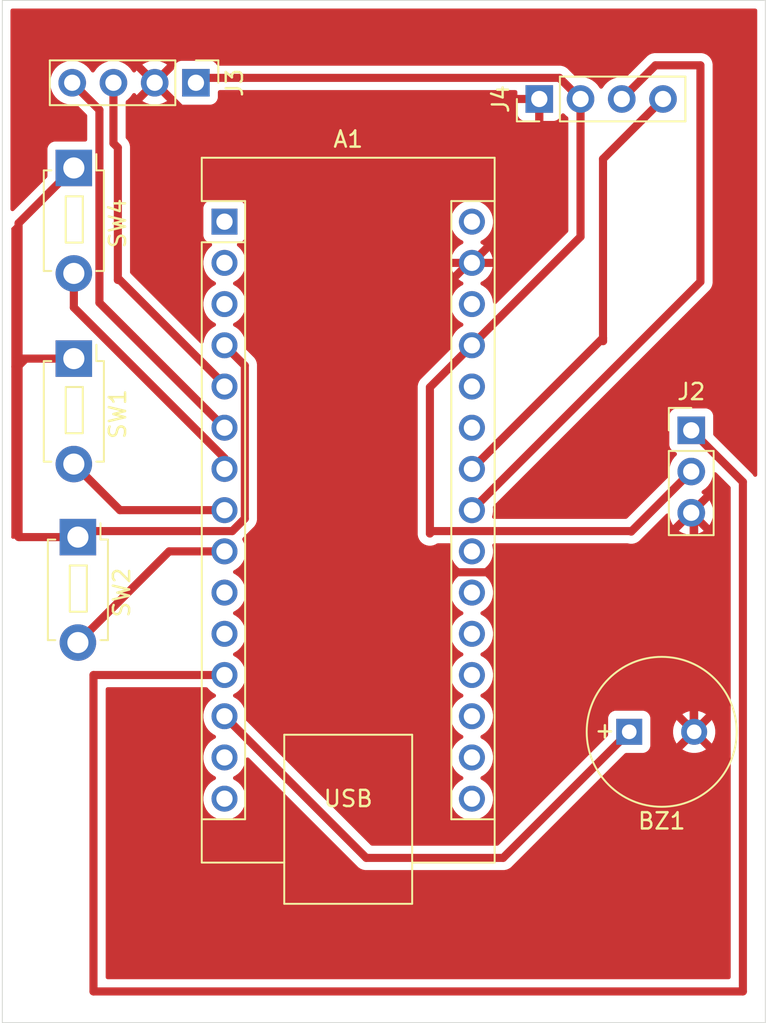
<source format=kicad_pcb>
(kicad_pcb (version 20241229) (generator "pcbnew") (generator_version "9.0")
  (layers (0 "F.Cu" signal) (2 "B.Cu" signal) (13 "F.Paste" user) (15 "B.Paste" user) (5 "F.SilkS" user "F.Silkscreen") (7 "B.SilkS" user "B.Silkscreen") (1 "F.Mask" user) (3 "B.Mask" user) (25 "Edge.Cuts" user))
  (net 0 "")
  (net 1 "Net-(A1-D9)")
  (net 3 "Net-(A1-D5)")
  (net 4 "Net-(A1-A5)")
  (net 5 "Net-(A1-GND-Pad4)")
  (net 6 "Net-(A1-D6)")
  (net 7 "Net-(A1-D10)")
  (net 12 "Net-(A1-+5V)")
  (net 14 "Net-(A1-A4)")
  (net 24 "Net-(A1-D3)")
  (net 26 "Net-(A1-D4)")
  (net 29 "Net-(A1-D2)")
  (net 30 "GND")
  (footprint "Button_Switch_THT:SW_PUSH_1P1T_6x3.5mm_H4.3_APEM_MJTP1243" (layer "F.Cu") (at 21.4045 23.3255 -90)
    (property "Reference" "SW4" (at 3.42 -2.7 90) (layer "F.SilkS"))
    (property "Value" "SW_Push")
    (fp_line (start 0.15 1.85) (end 6.35 1.85) (stroke (width 0.12)) (layer "F.SilkS"))
    (fp_line (start 0.15 1.39) (end 0.15 1.85) (stroke (width 0.12)) (layer "F.SilkS"))
    (fp_line (start 6.35 1.39) (end 6.35 1.85) (stroke (width 0.12)) (layer "F.SilkS"))
    (fp_line (start 0.15 -1.39) (end -0.85 -1.39) (stroke (width 0.12)) (layer "F.SilkS"))
    (fp_line (start 0.15 -1.85) (end 0.15 -1.39) (stroke (width 0.12)) (layer "F.SilkS"))
    (fp_line (start 6.35 -1.85) (end 6.35 -1.39) (stroke (width 0.12)) (layer "F.SilkS"))
    (fp_line (start 6.35 -1.85) (end 0.15 -1.85) (stroke (width 0.12)) (layer "F.SilkS"))
    (fp_rect (start 1.75 -0.55) (end 4.6 0.5) (stroke (width 0.12)) (fill no) (layer "F.SilkS"))
    (pad "1" thru_hole rect (at 0 0) (size 2.25 2.25) (drill 1.3) (layers "*.Cu" "*.Mask") (net 5 "Net-(A1-GND-Pad4)"))
    (pad "2" thru_hole circle (at 6.5 0) (size 2.25 2.25) (drill 1.3) (layers "*.Cu" "*.Mask") (net 26 "Net-(A1-D4)"))
  )
  (footprint "Connector_PinHeader_2.54mm:PinHeader_1x04_P2.54mm_Vertical" (layer "F.Cu") (at 28.9245 18.0755 -90)
    (property "Reference" "J3" (at 0 -2.38 90) (layer "F.SilkS"))
    (property "Value" "Conn_01x04")
    (fp_line (start -1.38 9) (end 1.38 9) (stroke (width 0.12)) (layer "F.SilkS"))
    (fp_line (start -1.38 1.27) (end -1.38 9) (stroke (width 0.12)) (layer "F.SilkS"))
    (fp_line (start -1.38 1.27) (end 1.38 1.27) (stroke (width 0.12)) (layer "F.SilkS"))
    (fp_line (start 1.38 1.27) (end 1.38 9) (stroke (width 0.12)) (layer "F.SilkS"))
    (fp_line (start -1.38 0) (end -1.38 -1.38) (stroke (width 0.12)) (layer "F.SilkS"))
    (fp_line (start -1.38 -1.38) (end 0 -1.38) (stroke (width 0.12)) (layer "F.SilkS"))
    (pad "1" thru_hole rect (at 0 0 270) (size 1.7 1.7) (drill 1) (layers "*.Cu" "*.Mask") (net 12 "Net-(A1-+5V)"))
    (pad "2" thru_hole circle (at 0 2.54 270) (size 1.7 1.7) (drill 1) (layers "*.Cu" "*.Mask") (net 30 "GND"))
    (pad "3" thru_hole circle (at 0 5.08 270) (size 1.7 1.7) (drill 1) (layers "*.Cu" "*.Mask") (net 29 "Net-(A1-D2)"))
    (pad "4" thru_hole circle (at 0 7.62 270) (size 1.7 1.7) (drill 1) (layers "*.Cu" "*.Mask") (net 24 "Net-(A1-D3)"))
  )
  (footprint "Connector_PinHeader_2.54mm:PinHeader_1x03_P2.54mm_Vertical" (layer "F.Cu") (at 59.4345 39.4955)
    (property "Reference" "J2" (at 0 -2.38 0) (layer "F.SilkS"))
    (property "Value" "Conn_01x03")
    (fp_line (start -1.38 -1.38) (end 0 -1.38) (stroke (width 0.12)) (layer "F.SilkS"))
    (fp_line (start -1.38 0) (end -1.38 -1.38) (stroke (width 0.12)) (layer "F.SilkS"))
    (fp_line (start -1.38 1.27) (end -1.38 6.46) (stroke (width 0.12)) (layer "F.SilkS"))
    (fp_line (start -1.38 1.27) (end 1.38 1.27) (stroke (width 0.12)) (layer "F.SilkS"))
    (fp_line (start -1.38 6.46) (end 1.38 6.46) (stroke (width 0.12)) (layer "F.SilkS"))
    (fp_line (start 1.38 1.27) (end 1.38 6.46) (stroke (width 0.12)) (layer "F.SilkS"))
    (pad "1" thru_hole rect (at 0 0) (size 1.7 1.7) (drill 1) (layers "*.Cu" "*.Mask") (net 1 "Net-(A1-D9)"))
    (pad "2" thru_hole circle (at 0 2.54) (size 1.7 1.7) (drill 1) (layers "*.Cu" "*.Mask") (net 12 "Net-(A1-+5V)"))
    (pad "3" thru_hole circle (at 0 5.08) (size 1.7 1.7) (drill 1) (layers "*.Cu" "*.Mask") (net 30 "GND"))
  )
  (footprint "Connector_PinHeader_2.54mm:PinHeader_1x04_P2.54mm_Vertical" (layer "F.Cu") (at 50.0745 19.0755 90)
    (property "Reference" "J4" (at 0 -2.38 90) (layer "F.SilkS"))
    (property "Value" "Conn_01x04")
    (fp_line (start -1.38 -1.38) (end 0 -1.38) (stroke (width 0.12)) (layer "F.SilkS"))
    (fp_line (start -1.38 0) (end -1.38 -1.38) (stroke (width 0.12)) (layer "F.SilkS"))
    (fp_line (start 1.38 1.27) (end 1.38 9) (stroke (width 0.12)) (layer "F.SilkS"))
    (fp_line (start -1.38 1.27) (end 1.38 1.27) (stroke (width 0.12)) (layer "F.SilkS"))
    (fp_line (start -1.38 1.27) (end -1.38 9) (stroke (width 0.12)) (layer "F.SilkS"))
    (fp_line (start -1.38 9) (end 1.38 9) (stroke (width 0.12)) (layer "F.SilkS"))
    (pad "1" thru_hole rect (at 0 0 90) (size 1.7 1.7) (drill 1) (layers "*.Cu" "*.Mask") (net 30 "GND"))
    (pad "2" thru_hole circle (at 0 2.54 90) (size 1.7 1.7) (drill 1) (layers "*.Cu" "*.Mask") (net 12 "Net-(A1-+5V)"))
    (pad "3" thru_hole circle (at 0 5.08 90) (size 1.7 1.7) (drill 1) (layers "*.Cu" "*.Mask") (net 14 "Net-(A1-A4)"))
    (pad "4" thru_hole circle (at 0 7.62 90) (size 1.7 1.7) (drill 1) (layers "*.Cu" "*.Mask") (net 4 "Net-(A1-A5)"))
  )
  (footprint "Button_Switch_THT:SW_PUSH_1P1T_6x3.5mm_H4.3_APEM_MJTP1243" (layer "F.Cu") (at 21.6545 46.0755 -90)
    (property "Reference" "SW2" (at 3.42 -2.7 90) (layer "F.SilkS"))
    (property "Value" "SW_Push")
    (fp_line (start 0.15 1.85) (end 6.35 1.85) (stroke (width 0.12)) (layer "F.SilkS"))
    (fp_line (start 0.15 1.39) (end 0.15 1.85) (stroke (width 0.12)) (layer "F.SilkS"))
    (fp_line (start 6.35 1.39) (end 6.35 1.85) (stroke (width 0.12)) (layer "F.SilkS"))
    (fp_line (start 0.15 -1.39) (end -0.85 -1.39) (stroke (width 0.12)) (layer "F.SilkS"))
    (fp_line (start 0.15 -1.85) (end 0.15 -1.39) (stroke (width 0.12)) (layer "F.SilkS"))
    (fp_line (start 6.35 -1.85) (end 6.35 -1.39) (stroke (width 0.12)) (layer "F.SilkS"))
    (fp_line (start 6.35 -1.85) (end 0.15 -1.85) (stroke (width 0.12)) (layer "F.SilkS"))
    (fp_rect (start 1.75 -0.55) (end 4.6 0.5) (stroke (width 0.12)) (fill no) (layer "F.SilkS"))
    (pad "1" thru_hole rect (at 0 0) (size 2.25 2.25) (drill 1.3) (layers "*.Cu" "*.Mask") (net 5 "Net-(A1-GND-Pad4)"))
    (pad "2" thru_hole circle (at 6.5 0) (size 2.25 2.25) (drill 1.3) (layers "*.Cu" "*.Mask") (net 6 "Net-(A1-D6)"))
  )
  (footprint "Module:Arduino_Nano" (layer "F.Cu") (at 30.6845 26.6355)
    (property "Reference" "A1" (at 7.62 -5.08 0) (layer "F.SilkS"))
    (property "Value" "Arduino_Nano_v2.x")
    (fp_line (start -1.4 -3.94) (end -1.4 -1.27) (stroke (width 0.12)) (layer "F.SilkS"))
    (fp_line (start -1.4 1.27) (end -1.4 39.5) (stroke (width 0.12)) (layer "F.SilkS"))
    (fp_line (start -1.4 39.5) (end 3.68 39.5) (stroke (width 0.12)) (layer "F.SilkS"))
    (fp_line (start 1.27 -1.27) (end -1.4 -1.27) (stroke (width 0.12)) (layer "F.SilkS"))
    (fp_line (start 1.27 1.27) (end -1.4 1.27) (stroke (width 0.12)) (layer "F.SilkS"))
    (fp_line (start 1.27 1.27) (end 1.27 -1.27) (stroke (width 0.12)) (layer "F.SilkS"))
    (fp_line (start 1.27 1.27) (end 1.27 36.83) (stroke (width 0.12)) (layer "F.SilkS"))
    (fp_line (start 1.27 36.83) (end -1.4 36.83) (stroke (width 0.12)) (layer "F.SilkS"))
    (fp_line (start 3.68 31.62) (end 11.56 31.62) (stroke (width 0.12)) (layer "F.SilkS"))
    (fp_line (start 3.68 42.04) (end 3.68 31.62) (stroke (width 0.12)) (layer "F.SilkS"))
    (fp_line (start 11.56 31.62) (end 11.56 42.04) (stroke (width 0.12)) (layer "F.SilkS"))
    (fp_line (start 11.56 42.04) (end 3.68 42.04) (stroke (width 0.12)) (layer "F.SilkS"))
    (fp_line (start 13.97 -1.27) (end 13.97 36.83) (stroke (width 0.12)) (layer "F.SilkS"))
    (fp_line (start 13.97 -1.27) (end 16.64 -1.27) (stroke (width 0.12)) (layer "F.SilkS"))
    (fp_line (start 13.97 36.83) (end 16.64 36.83) (stroke (width 0.12)) (layer "F.SilkS"))
    (fp_line (start 16.64 -3.94) (end -1.4 -3.94) (stroke (width 0.12)) (layer "F.SilkS"))
    (fp_line (start 16.64 39.5) (end 11.56 39.5) (stroke (width 0.12)) (layer "F.SilkS"))
    (fp_line (start 16.64 39.5) (end 16.64 -3.94) (stroke (width 0.12)) (layer "F.SilkS"))
    (fp_text user "USB" (at 7.62 35.56 0) (layer "F.SilkS"))
    (pad "1" thru_hole rect (at 0 0) (size 1.6 1.6) (drill 1) (layers "*.Cu" "*.Mask"))
    (pad "2" thru_hole oval (at 0 2.54) (size 1.6 1.6) (drill 1) (layers "*.Cu" "*.Mask"))
    (pad "3" thru_hole oval (at 0 5.08) (size 1.6 1.6) (drill 1) (layers "*.Cu" "*.Mask"))
    (pad "4" thru_hole oval (at 0 7.62) (size 1.6 1.6) (drill 1) (layers "*.Cu" "*.Mask") (net 5 "Net-(A1-GND-Pad4)"))
    (pad "5" thru_hole oval (at 0 10.16) (size 1.6 1.6) (drill 1) (layers "*.Cu" "*.Mask") (net 29 "Net-(A1-D2)"))
    (pad "6" thru_hole oval (at 0 12.7) (size 1.6 1.6) (drill 1) (layers "*.Cu" "*.Mask") (net 24 "Net-(A1-D3)"))
    (pad "7" thru_hole oval (at 0 15.24) (size 1.6 1.6) (drill 1) (layers "*.Cu" "*.Mask") (net 26 "Net-(A1-D4)"))
    (pad "8" thru_hole oval (at 0 17.78) (size 1.6 1.6) (drill 1) (layers "*.Cu" "*.Mask") (net 3 "Net-(A1-D5)"))
    (pad "9" thru_hole oval (at 0 20.32) (size 1.6 1.6) (drill 1) (layers "*.Cu" "*.Mask") (net 6 "Net-(A1-D6)"))
    (pad "10" thru_hole oval (at 0 22.86) (size 1.6 1.6) (drill 1) (layers "*.Cu" "*.Mask"))
    (pad "11" thru_hole oval (at 0 25.4) (size 1.6 1.6) (drill 1) (layers "*.Cu" "*.Mask"))
    (pad "12" thru_hole oval (at 0 27.94) (size 1.6 1.6) (drill 1) (layers "*.Cu" "*.Mask") (net 1 "Net-(A1-D9)"))
    (pad "13" thru_hole oval (at 0 30.48) (size 1.6 1.6) (drill 1) (layers "*.Cu" "*.Mask") (net 7 "Net-(A1-D10)"))
    (pad "14" thru_hole oval (at 0 33.02) (size 1.6 1.6) (drill 1) (layers "*.Cu" "*.Mask"))
    (pad "15" thru_hole oval (at 0 35.56) (size 1.6 1.6) (drill 1) (layers "*.Cu" "*.Mask"))
    (pad "16" thru_hole oval (at 15.24 35.56) (size 1.6 1.6) (drill 1) (layers "*.Cu" "*.Mask"))
    (pad "17" thru_hole oval (at 15.24 33.02) (size 1.6 1.6) (drill 1) (layers "*.Cu" "*.Mask"))
    (pad "18" thru_hole oval (at 15.24 30.48) (size 1.6 1.6) (drill 1) (layers "*.Cu" "*.Mask"))
    (pad "19" thru_hole oval (at 15.24 27.94) (size 1.6 1.6) (drill 1) (layers "*.Cu" "*.Mask"))
    (pad "20" thru_hole oval (at 15.24 25.4) (size 1.6 1.6) (drill 1) (layers "*.Cu" "*.Mask"))
    (pad "21" thru_hole oval (at 15.24 22.86) (size 1.6 1.6) (drill 1) (layers "*.Cu" "*.Mask"))
    (pad "22" thru_hole oval (at 15.24 20.32) (size 1.6 1.6) (drill 1) (layers "*.Cu" "*.Mask"))
    (pad "23" thru_hole oval (at 15.24 17.78) (size 1.6 1.6) (drill 1) (layers "*.Cu" "*.Mask") (net 14 "Net-(A1-A4)"))
    (pad "24" thru_hole oval (at 15.24 15.24) (size 1.6 1.6) (drill 1) (layers "*.Cu" "*.Mask") (net 4 "Net-(A1-A5)"))
    (pad "25" thru_hole oval (at 15.24 12.7) (size 1.6 1.6) (drill 1) (layers "*.Cu" "*.Mask"))
    (pad "26" thru_hole oval (at 15.24 10.16) (size 1.6 1.6) (drill 1) (layers "*.Cu" "*.Mask"))
    (pad "27" thru_hole oval (at 15.24 7.62) (size 1.6 1.6) (drill 1) (layers "*.Cu" "*.Mask") (net 12 "Net-(A1-+5V)"))
    (pad "28" thru_hole oval (at 15.24 5.08) (size 1.6 1.6) (drill 1) (layers "*.Cu" "*.Mask"))
    (pad "29" thru_hole oval (at 15.24 2.54) (size 1.6 1.6) (drill 1) (layers "*.Cu" "*.Mask") (net 30 "GND"))
    (pad "30" thru_hole oval (at 15.24 0) (size 1.6 1.6) (drill 1) (layers "*.Cu" "*.Mask"))
  )
  (footprint "Button_Switch_THT:SW_PUSH_1P1T_6x3.5mm_H4.3_APEM_MJTP1243" (layer "F.Cu") (at 21.4045 35.0755 -90)
    (property "Reference" "SW1" (at 3.42 -2.7 90) (layer "F.SilkS"))
    (property "Value" "SW_Push")
    (fp_line (start 0.15 1.85) (end 6.35 1.85) (stroke (width 0.12)) (layer "F.SilkS"))
    (fp_line (start 0.15 1.39) (end 0.15 1.85) (stroke (width 0.12)) (layer "F.SilkS"))
    (fp_line (start 6.35 1.39) (end 6.35 1.85) (stroke (width 0.12)) (layer "F.SilkS"))
    (fp_line (start 0.15 -1.39) (end -0.85 -1.39) (stroke (width 0.12)) (layer "F.SilkS"))
    (fp_line (start 0.15 -1.85) (end 0.15 -1.39) (stroke (width 0.12)) (layer "F.SilkS"))
    (fp_line (start 6.35 -1.85) (end 6.35 -1.39) (stroke (width 0.12)) (layer "F.SilkS"))
    (fp_line (start 6.35 -1.85) (end 0.15 -1.85) (stroke (width 0.12)) (layer "F.SilkS"))
    (fp_rect (start 1.75 -0.55) (end 4.6 0.5) (stroke (width 0.12)) (fill no) (layer "F.SilkS"))
    (pad "1" thru_hole rect (at 0 0) (size 2.25 2.25) (drill 1.3) (layers "*.Cu" "*.Mask") (net 5 "Net-(A1-GND-Pad4)"))
    (pad "2" thru_hole circle (at 6.5 0) (size 2.25 2.25) (drill 1.3) (layers "*.Cu" "*.Mask") (net 3 "Net-(A1-D5)"))
  )
  (footprint "Buzzer_Beeper:MagneticBuzzer_PUI_AT-0927-TT-6-R" (layer "F.Cu") (at 55.6145 58.0755)
    (property "Reference" "BZ1" (at 2 5.5 0) (layer "F.SilkS"))
    (property "Value" "Buzzer")
    (fp_circle (center 2 0) (end 6.62 0) (stroke (width 0.12)) (fill no) (layer "F.SilkS"))
    (fp_text user "+" (at -1.5 -0.1 0) (layer "F.SilkS"))
    (pad "1" thru_hole rect (at 0 0) (size 1.6 1.6) (drill 0.9) (layers "*.Cu" "*.Mask") (net 7 "Net-(A1-D10)"))
    (pad "2" thru_hole circle (at 4 0) (size 1.6 1.6) (drill 0.9) (layers "*.Cu" "*.Mask") (net 30 "GND"))
  )
  (gr_line (start 17 76) (end 64 76) (stroke (width 0.05)) (layer "Edge.Cuts"))
  (gr_line (start 17 13) (end 17 76) (stroke (width 0.05)) (layer "Edge.Cuts"))
  (gr_line (start 17 13) (end 64 13) (stroke (width 0.05)) (layer "Edge.Cuts"))
  (gr_line (start 64 13) (end 64 76) (stroke (width 0.05)) (layer "Edge.Cuts"))
  (segment (start 22.6145 54.5755) (end 30.6845 54.5755) (width 0.5) (layer "F.Cu") (net 1))
  (segment (start 62.6145 74.0755) (end 22.6145 74.0755) (width 0.5) (layer "F.Cu") (net 1))
  (segment (start 62.6145 42.6755) (end 62.6145 74.0755) (width 0.5) (layer "F.Cu") (net 1))
  (segment (start 22.6145 74.0755) (end 22.6145 54.5755) (width 0.5) (layer "F.Cu") (net 1))
  (segment (start 59.4345 39.4955) (end 62.6145 42.6755) (width 0.5) (layer "F.Cu") (net 1))
  (segment (start 21.4045 41.5755) (end 24.2445 44.4155) (width 0.5) (layer "F.Cu") (net 3))
  (segment (start 30.6845 44.4155) (end 24.2445 44.4155) (width 0.5) (layer "F.Cu") (net 3))
  (segment (start 54.0035 33.7965) (end 54.0035 33.9965) (width 0.5) (layer "F.Cu") (net 4))
  (segment (start 54 34) (end 54 22.77) (width 0.5) (layer "F.Cu") (net 4))
  (segment (start 45.9245 41.8755) (end 54.0035 33.7965) (width 0.5) (layer "F.Cu") (net 4))
  (segment (start 54 22.77) (end 57.6945 19.0755) (width 0.5) (layer "F.Cu") (net 4))
  (segment (start 54.0035 33.9965) (end 54 34) (width 0.5) (layer "F.Cu") (net 4))
  (segment (start 21.4045 35.0755) (end 18.0755 35.0755) (width 0.5) (layer "F.Cu") (net 5))
  (segment (start 18.6545 35.0755) (end 21.4045 35.0755) (width 0.2) (layer "F.Cu") (net 5))
  (segment (start 17.6545 35.5755) (end 18.1545 35.5755) (width 0.2) (layer "F.Cu") (net 5))
  (segment (start 21.4045 23.3255) (end 18 26.73) (width 0.5) (layer "F.Cu") (net 5))
  (segment (start 22.0255 45.7045) (end 21.6545 46.0755) (width 0.5) (layer "F.Cu") (net 5))
  (segment (start 18.0755 46.0755) (end 18 46) (width 0.5) (layer "F.Cu") (net 5))
  (segment (start 18 35) (end 18 46) (width 0.5) (layer "F.Cu") (net 5))
  (segment (start 21.6545 46.0755) (end 18.0755 46.0755) (width 0.5) (layer "F.Cu") (net 5))
  (segment (start 18.1545 35.5755) (end 18.6545 35.0755) (width 0.2) (layer "F.Cu") (net 5))
  (segment (start 17.6545 27.0755) (end 21.4045 23.3255) (width 0.2) (layer "F.Cu") (net 5))
  (segment (start 18 46.0755) (end 17.6545 46.0755) (width 0.2) (layer "F.Cu") (net 5))
  (segment (start 18.0755 35.0755) (end 18 35) (width 0.5) (layer "F.Cu") (net 5))
  (segment (start 18 46) (end 18 46.0755) (width 0.5) (layer "F.Cu") (net 5))
  (segment (start 31.164682 45.7045) (end 22.0255 45.7045) (width 0.5) (layer "F.Cu") (net 5))
  (segment (start 17.6545 46.0755) (end 17.6545 35.5755) (width 0.2) (layer "F.Cu") (net 5))
  (segment (start 31.9355 35.5065) (end 31.9355 44.933682) (width 0.5) (layer "F.Cu") (net 5))
  (segment (start 31.9355 44.933682) (end 31.164682 45.7045) (width 0.5) (layer "F.Cu") (net 5))
  (segment (start 17.6545 35.5755) (end 17.6545 27.0755) (width 0.2) (layer "F.Cu") (net 5))
  (segment (start 21.6545 46.0755) (end 18 46.0755) (width 0.2) (layer "F.Cu") (net 5))
  (segment (start 18 26.73) (end 18 35) (width 0.5) (layer "F.Cu") (net 5))
  (segment (start 30.6845 34.2555) (end 31.9355 35.5065) (width 0.5) (layer "F.Cu") (net 5))
  (segment (start 21.6545 52.5755) (end 27.2745 46.9555) (width 0.5) (layer "F.Cu") (net 6))
  (segment (start 27.2745 46.9555) (end 30.6845 46.9555) (width 0.5) (layer "F.Cu") (net 6))
  (segment (start 39.414 65.845) (end 47.845 65.845) (width 0.5) (layer "F.Cu") (net 7))
  (segment (start 47.845 65.845) (end 55.6145 58.0755) (width 0.5) (layer "F.Cu") (net 7))
  (segment (start 30.6845 57.1155) (end 39.414 65.845) (width 0.5) (layer "F.Cu") (net 7))
  (segment (start 29.2255 17.7745) (end 51.3135 17.7745) (width 0.5) (layer "F.Cu") (net 12))
  (segment (start 28.9245 18.0755) (end 29.2255 17.7745) (width 0.5) (layer "F.Cu") (net 12))
  (segment (start 55.7045 45.7045) (end 55.735 45.735) (width 0.5) (layer "F.Cu") (net 12))
  (segment (start 52.6145 27.5655) (end 45.9245 34.2555) (width 0.5) (layer "F.Cu") (net 12))
  (segment (start 43.4855 45.7045) (end 55.7045 45.7045) (width 0.5) (layer "F.Cu") (net 12))
  (segment (start 45.9245 34.2555) (end 43.3355 36.8445) (width 0.5) (layer "F.Cu") (net 12))
  (segment (start 43.3355 45.8545) (end 43.4855 45.7045) (width 0.5) (layer "F.Cu") (net 12))
  (segment (start 51.3135 17.7745) (end 52.6145 19.0755) (width 0.5) (layer "F.Cu") (net 12))
  (segment (start 59.4345 42.0355) (end 55.735 45.735) (width 0.5) (layer "F.Cu") (net 12))
  (segment (start 52.6145 19.0755) (end 52.6145 27.5655) (width 0.5) (layer "F.Cu") (net 12))
  (segment (start 43.3355 36.8445) (end 43.3355 45.8545) (width 0.5) (layer "F.Cu") (net 12))
  (segment (start 60 30.34) (end 60 17) (width 0.5) (layer "F.Cu") (net 14))
  (segment (start 60 30.34) (end 45.9245 44.4155) (width 0.5) (layer "F.Cu") (net 14))
  (segment (start 57.23 17) (end 55.1545 19.0755) (width 0.5) (layer "F.Cu") (net 14))
  (segment (start 60 17) (end 57.23 17) (width 0.5) (layer "F.Cu") (net 14))
  (segment (start 22.9805 19.7515) (end 21.3045 18.0755) (width 0.5) (layer "F.Cu") (net 24))
  (segment (start 22.9805 31.6315) (end 22.9805 19.7515) (width 0.5) (layer "F.Cu") (net 24))
  (segment (start 30.6845 39.3355) (end 22.9805 31.6315) (width 0.5) (layer "F.Cu") (net 24))
  (segment (start 21.4045 29.8255) (end 21.4045 31.9235) (width 0.5) (layer "F.Cu") (net 26))
  (segment (start 30.6845 41.2035) (end 30.6845 41.8755) (width 0.5) (layer "F.Cu") (net 26))
  (segment (start 21.4045 31.9235) (end 30.6845 41.2035) (width 0.5) (layer "F.Cu") (net 26))
  (segment (start 24.1145 22.0755) (end 23.8445 21.8055) (width 0.5) (layer "F.Cu") (net 29))
  (segment (start 24.2255 30.2255) (end 24.1145 30.2255) (width 0.5) (layer "F.Cu") (net 29))
  (segment (start 24.1145 30.2255) (end 24.1145 22.0755) (width 0.5) (layer "F.Cu") (net 29))
  (segment (start 30.6845 36.7955) (end 30.7955 36.7955) (width 0.5) (layer "F.Cu") (net 29))
  (segment (start 23.8445 21.8055) (end 23.8445 18.0755) (width 0.5) (layer "F.Cu") (net 29))
  (segment (start 30.7955 36.7955) (end 24.2255 30.2255) (width 0.5) (layer "F.Cu") (net 29))
  (segment (start 59.4345 51.0755) (end 58.9555 50.5965) (width 0.2) (layer "F.Cu") (net 30))
  (segment (start 56.679 48.2445) (end 43.859 48.2445) (width 0.5) (layer "F.Cu") (net 30))
  (segment (start 59.4345 57.8955) (end 59.6145 58.0755) (width 0.2) (layer "F.Cu") (net 30))
  (segment (start 50.0745 25.0255) (end 50.0745 19.0755) (width 0.5) (layer "F.Cu") (net 30))
  (segment (start 41.6145 33.4855) (end 45.9245 29.1755) (width 0.2) (layer "F.Cu") (net 30))
  (segment (start 45.9245 29.1755) (end 50.0745 25.0255) (width 0.5) (layer "F.Cu") (net 30))
  (segment (start 59.6145 58.0755) (end 59.6145 44.7555) (width 0.5) (layer "F.Cu") (net 30))
  (segment (start 41.6145 33.3055) (end 41.6145 33.4855) (width 0.5) (layer "F.Cu") (net 30))
  (segment (start 45.9245 29.1755) (end 45.7445 29.1755) (width 0.5) (layer "F.Cu") (net 30))
  (segment (start 41.6145 46) (end 41.6145 33.4855) (width 0.5) (layer "F.Cu") (net 30))
  (segment (start 26.3845 18.0755) (end 41.6145 33.3055) (width 0.5) (layer "F.Cu") (net 30))
  (segment (start 59.4345 51) (end 59.4345 51.0755) (width 0.2) (layer "F.Cu") (net 30))
  (segment (start 59.6145 44.7555) (end 59.4345 44.5755) (width 0.5) (layer "F.Cu") (net 30))
  (segment (start 59.4345 44.5755) (end 59.4345 51) (width 0.2) (layer "F.Cu") (net 30))
  (segment (start 59.4345 51) (end 56.679 48.2445) (width 0.5) (layer "F.Cu") (net 30))
  (segment (start 59.4345 51.0755) (end 59.4345 57.8955) (width 0.2) (layer "F.Cu") (net 30))
  (segment (start 43.859 48.2445) (end 41.6145 46) (width 0.5) (layer "F.Cu") (net 30))
  (segment (start 45.7445 29.1755) (end 41.6145 33.3055) (width 0.5) (layer "F.Cu") (net 30))
  (zone (net 30) (net_name "GND") (layer "F.Cu") (connect_pads (clearance 0.5)) (min_thickness 0.25) (fill yes (thermal_gap 0.5) (thermal_bridge_width 0.5))
    (polygon (pts (xy 64 13) (xy 17 13) (xy 17 76) (xy 64 76)))
  )
)
</source>
